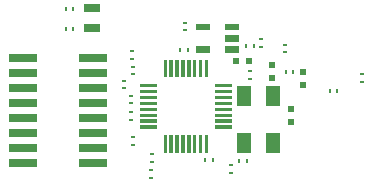
<source format=gbr>
G04 EAGLE Gerber RS-274X export*
G75*
%MOMM*%
%FSLAX34Y34*%
%LPD*%
%INSolderpaste Bottom*%
%IPPOS*%
%AMOC8*
5,1,8,0,0,1.08239X$1,22.5*%
G01*
%ADD10R,1.400000X0.700000*%
%ADD11R,1.200000X1.800000*%
%ADD12R,0.250000X0.350000*%
%ADD13R,0.350000X0.250000*%
%ADD14C,0.088500*%
%ADD15C,0.065000*%
%ADD16R,0.600000X0.500000*%
%ADD17R,0.500000X0.600000*%
%ADD18R,2.400000X0.760000*%


D10*
X146888Y568504D03*
X146888Y585504D03*
D11*
X299929Y511731D03*
X275929Y511731D03*
X275929Y471731D03*
X299929Y471731D03*
D12*
X124713Y568340D03*
X131213Y568340D03*
X124586Y584647D03*
X131086Y584647D03*
X277852Y455981D03*
X271352Y455981D03*
D13*
X280919Y532347D03*
X280919Y525847D03*
D14*
X259710Y567636D02*
X259710Y572652D01*
X270926Y572652D01*
X270926Y567636D01*
X259710Y567636D01*
X259710Y568477D02*
X270926Y568477D01*
X270926Y569318D02*
X259710Y569318D01*
X259710Y570159D02*
X270926Y570159D01*
X270926Y571000D02*
X259710Y571000D01*
X259710Y571841D02*
X270926Y571841D01*
X234610Y553652D02*
X234610Y548636D01*
X234610Y553652D02*
X245826Y553652D01*
X245826Y548636D01*
X234610Y548636D01*
X234610Y549477D02*
X245826Y549477D01*
X245826Y550318D02*
X234610Y550318D01*
X234610Y551159D02*
X245826Y551159D01*
X245826Y552000D02*
X234610Y552000D01*
X234610Y552841D02*
X245826Y552841D01*
X259710Y558136D02*
X259710Y563152D01*
X270926Y563152D01*
X270926Y558136D01*
X259710Y558136D01*
X259710Y558977D02*
X270926Y558977D01*
X270926Y559818D02*
X259710Y559818D01*
X259710Y560659D02*
X270926Y560659D01*
X270926Y561500D02*
X259710Y561500D01*
X259710Y562341D02*
X270926Y562341D01*
X259710Y553652D02*
X259710Y548636D01*
X259710Y553652D02*
X270926Y553652D01*
X270926Y548636D01*
X259710Y548636D01*
X259710Y549477D02*
X270926Y549477D01*
X270926Y550318D02*
X259710Y550318D01*
X259710Y551159D02*
X270926Y551159D01*
X270926Y552000D02*
X259710Y552000D01*
X259710Y552841D02*
X270926Y552841D01*
X234610Y567636D02*
X234610Y572652D01*
X245826Y572652D01*
X245826Y567636D01*
X234610Y567636D01*
X234610Y568477D02*
X245826Y568477D01*
X245826Y569318D02*
X234610Y569318D01*
X234610Y570159D02*
X245826Y570159D01*
X245826Y571000D02*
X234610Y571000D01*
X234610Y571841D02*
X245826Y571841D01*
D12*
X221586Y550357D03*
X228086Y550357D03*
D13*
X264650Y452817D03*
X264650Y446317D03*
D12*
X277240Y553568D03*
X283740Y553568D03*
D13*
X225857Y566927D03*
X225857Y573427D03*
D15*
X207585Y541842D02*
X207585Y528092D01*
X207585Y541842D02*
X209535Y541842D01*
X209535Y528092D01*
X207585Y528092D01*
X207585Y528709D02*
X209535Y528709D01*
X209535Y529326D02*
X207585Y529326D01*
X207585Y529943D02*
X209535Y529943D01*
X209535Y530560D02*
X207585Y530560D01*
X207585Y531177D02*
X209535Y531177D01*
X209535Y531794D02*
X207585Y531794D01*
X207585Y532411D02*
X209535Y532411D01*
X209535Y533028D02*
X207585Y533028D01*
X207585Y533645D02*
X209535Y533645D01*
X209535Y534262D02*
X207585Y534262D01*
X207585Y534879D02*
X209535Y534879D01*
X209535Y535496D02*
X207585Y535496D01*
X207585Y536113D02*
X209535Y536113D01*
X209535Y536730D02*
X207585Y536730D01*
X207585Y537347D02*
X209535Y537347D01*
X209535Y537964D02*
X207585Y537964D01*
X207585Y538581D02*
X209535Y538581D01*
X209535Y539198D02*
X207585Y539198D01*
X207585Y539815D02*
X209535Y539815D01*
X209535Y540432D02*
X207585Y540432D01*
X207585Y541049D02*
X209535Y541049D01*
X209535Y541666D02*
X207585Y541666D01*
X212585Y541842D02*
X212585Y528092D01*
X212585Y541842D02*
X214535Y541842D01*
X214535Y528092D01*
X212585Y528092D01*
X212585Y528709D02*
X214535Y528709D01*
X214535Y529326D02*
X212585Y529326D01*
X212585Y529943D02*
X214535Y529943D01*
X214535Y530560D02*
X212585Y530560D01*
X212585Y531177D02*
X214535Y531177D01*
X214535Y531794D02*
X212585Y531794D01*
X212585Y532411D02*
X214535Y532411D01*
X214535Y533028D02*
X212585Y533028D01*
X212585Y533645D02*
X214535Y533645D01*
X214535Y534262D02*
X212585Y534262D01*
X212585Y534879D02*
X214535Y534879D01*
X214535Y535496D02*
X212585Y535496D01*
X212585Y536113D02*
X214535Y536113D01*
X214535Y536730D02*
X212585Y536730D01*
X212585Y537347D02*
X214535Y537347D01*
X214535Y537964D02*
X212585Y537964D01*
X212585Y538581D02*
X214535Y538581D01*
X214535Y539198D02*
X212585Y539198D01*
X212585Y539815D02*
X214535Y539815D01*
X214535Y540432D02*
X212585Y540432D01*
X212585Y541049D02*
X214535Y541049D01*
X214535Y541666D02*
X212585Y541666D01*
X217585Y541842D02*
X217585Y528092D01*
X217585Y541842D02*
X219535Y541842D01*
X219535Y528092D01*
X217585Y528092D01*
X217585Y528709D02*
X219535Y528709D01*
X219535Y529326D02*
X217585Y529326D01*
X217585Y529943D02*
X219535Y529943D01*
X219535Y530560D02*
X217585Y530560D01*
X217585Y531177D02*
X219535Y531177D01*
X219535Y531794D02*
X217585Y531794D01*
X217585Y532411D02*
X219535Y532411D01*
X219535Y533028D02*
X217585Y533028D01*
X217585Y533645D02*
X219535Y533645D01*
X219535Y534262D02*
X217585Y534262D01*
X217585Y534879D02*
X219535Y534879D01*
X219535Y535496D02*
X217585Y535496D01*
X217585Y536113D02*
X219535Y536113D01*
X219535Y536730D02*
X217585Y536730D01*
X217585Y537347D02*
X219535Y537347D01*
X219535Y537964D02*
X217585Y537964D01*
X217585Y538581D02*
X219535Y538581D01*
X219535Y539198D02*
X217585Y539198D01*
X217585Y539815D02*
X219535Y539815D01*
X219535Y540432D02*
X217585Y540432D01*
X217585Y541049D02*
X219535Y541049D01*
X219535Y541666D02*
X217585Y541666D01*
X222585Y541842D02*
X222585Y528092D01*
X222585Y541842D02*
X224535Y541842D01*
X224535Y528092D01*
X222585Y528092D01*
X222585Y528709D02*
X224535Y528709D01*
X224535Y529326D02*
X222585Y529326D01*
X222585Y529943D02*
X224535Y529943D01*
X224535Y530560D02*
X222585Y530560D01*
X222585Y531177D02*
X224535Y531177D01*
X224535Y531794D02*
X222585Y531794D01*
X222585Y532411D02*
X224535Y532411D01*
X224535Y533028D02*
X222585Y533028D01*
X222585Y533645D02*
X224535Y533645D01*
X224535Y534262D02*
X222585Y534262D01*
X222585Y534879D02*
X224535Y534879D01*
X224535Y535496D02*
X222585Y535496D01*
X222585Y536113D02*
X224535Y536113D01*
X224535Y536730D02*
X222585Y536730D01*
X222585Y537347D02*
X224535Y537347D01*
X224535Y537964D02*
X222585Y537964D01*
X222585Y538581D02*
X224535Y538581D01*
X224535Y539198D02*
X222585Y539198D01*
X222585Y539815D02*
X224535Y539815D01*
X224535Y540432D02*
X222585Y540432D01*
X222585Y541049D02*
X224535Y541049D01*
X224535Y541666D02*
X222585Y541666D01*
X227585Y541842D02*
X227585Y528092D01*
X227585Y541842D02*
X229535Y541842D01*
X229535Y528092D01*
X227585Y528092D01*
X227585Y528709D02*
X229535Y528709D01*
X229535Y529326D02*
X227585Y529326D01*
X227585Y529943D02*
X229535Y529943D01*
X229535Y530560D02*
X227585Y530560D01*
X227585Y531177D02*
X229535Y531177D01*
X229535Y531794D02*
X227585Y531794D01*
X227585Y532411D02*
X229535Y532411D01*
X229535Y533028D02*
X227585Y533028D01*
X227585Y533645D02*
X229535Y533645D01*
X229535Y534262D02*
X227585Y534262D01*
X227585Y534879D02*
X229535Y534879D01*
X229535Y535496D02*
X227585Y535496D01*
X227585Y536113D02*
X229535Y536113D01*
X229535Y536730D02*
X227585Y536730D01*
X227585Y537347D02*
X229535Y537347D01*
X229535Y537964D02*
X227585Y537964D01*
X227585Y538581D02*
X229535Y538581D01*
X229535Y539198D02*
X227585Y539198D01*
X227585Y539815D02*
X229535Y539815D01*
X229535Y540432D02*
X227585Y540432D01*
X227585Y541049D02*
X229535Y541049D01*
X229535Y541666D02*
X227585Y541666D01*
X232585Y541842D02*
X232585Y528092D01*
X232585Y541842D02*
X234535Y541842D01*
X234535Y528092D01*
X232585Y528092D01*
X232585Y528709D02*
X234535Y528709D01*
X234535Y529326D02*
X232585Y529326D01*
X232585Y529943D02*
X234535Y529943D01*
X234535Y530560D02*
X232585Y530560D01*
X232585Y531177D02*
X234535Y531177D01*
X234535Y531794D02*
X232585Y531794D01*
X232585Y532411D02*
X234535Y532411D01*
X234535Y533028D02*
X232585Y533028D01*
X232585Y533645D02*
X234535Y533645D01*
X234535Y534262D02*
X232585Y534262D01*
X232585Y534879D02*
X234535Y534879D01*
X234535Y535496D02*
X232585Y535496D01*
X232585Y536113D02*
X234535Y536113D01*
X234535Y536730D02*
X232585Y536730D01*
X232585Y537347D02*
X234535Y537347D01*
X234535Y537964D02*
X232585Y537964D01*
X232585Y538581D02*
X234535Y538581D01*
X234535Y539198D02*
X232585Y539198D01*
X232585Y539815D02*
X234535Y539815D01*
X234535Y540432D02*
X232585Y540432D01*
X232585Y541049D02*
X234535Y541049D01*
X234535Y541666D02*
X232585Y541666D01*
X237585Y541842D02*
X237585Y528092D01*
X237585Y541842D02*
X239535Y541842D01*
X239535Y528092D01*
X237585Y528092D01*
X237585Y528709D02*
X239535Y528709D01*
X239535Y529326D02*
X237585Y529326D01*
X237585Y529943D02*
X239535Y529943D01*
X239535Y530560D02*
X237585Y530560D01*
X237585Y531177D02*
X239535Y531177D01*
X239535Y531794D02*
X237585Y531794D01*
X237585Y532411D02*
X239535Y532411D01*
X239535Y533028D02*
X237585Y533028D01*
X237585Y533645D02*
X239535Y533645D01*
X239535Y534262D02*
X237585Y534262D01*
X237585Y534879D02*
X239535Y534879D01*
X239535Y535496D02*
X237585Y535496D01*
X237585Y536113D02*
X239535Y536113D01*
X239535Y536730D02*
X237585Y536730D01*
X237585Y537347D02*
X239535Y537347D01*
X239535Y537964D02*
X237585Y537964D01*
X237585Y538581D02*
X239535Y538581D01*
X239535Y539198D02*
X237585Y539198D01*
X237585Y539815D02*
X239535Y539815D01*
X239535Y540432D02*
X237585Y540432D01*
X237585Y541049D02*
X239535Y541049D01*
X239535Y541666D02*
X237585Y541666D01*
X242585Y541842D02*
X242585Y528092D01*
X242585Y541842D02*
X244535Y541842D01*
X244535Y528092D01*
X242585Y528092D01*
X242585Y528709D02*
X244535Y528709D01*
X244535Y529326D02*
X242585Y529326D01*
X242585Y529943D02*
X244535Y529943D01*
X244535Y530560D02*
X242585Y530560D01*
X242585Y531177D02*
X244535Y531177D01*
X244535Y531794D02*
X242585Y531794D01*
X242585Y532411D02*
X244535Y532411D01*
X244535Y533028D02*
X242585Y533028D01*
X242585Y533645D02*
X244535Y533645D01*
X244535Y534262D02*
X242585Y534262D01*
X242585Y534879D02*
X244535Y534879D01*
X244535Y535496D02*
X242585Y535496D01*
X242585Y536113D02*
X244535Y536113D01*
X244535Y536730D02*
X242585Y536730D01*
X242585Y537347D02*
X244535Y537347D01*
X244535Y537964D02*
X242585Y537964D01*
X242585Y538581D02*
X244535Y538581D01*
X244535Y539198D02*
X242585Y539198D01*
X242585Y539815D02*
X244535Y539815D01*
X244535Y540432D02*
X242585Y540432D01*
X242585Y541049D02*
X244535Y541049D01*
X244535Y541666D02*
X242585Y541666D01*
X242585Y477942D02*
X242585Y464192D01*
X242585Y477942D02*
X244535Y477942D01*
X244535Y464192D01*
X242585Y464192D01*
X242585Y464809D02*
X244535Y464809D01*
X244535Y465426D02*
X242585Y465426D01*
X242585Y466043D02*
X244535Y466043D01*
X244535Y466660D02*
X242585Y466660D01*
X242585Y467277D02*
X244535Y467277D01*
X244535Y467894D02*
X242585Y467894D01*
X242585Y468511D02*
X244535Y468511D01*
X244535Y469128D02*
X242585Y469128D01*
X242585Y469745D02*
X244535Y469745D01*
X244535Y470362D02*
X242585Y470362D01*
X242585Y470979D02*
X244535Y470979D01*
X244535Y471596D02*
X242585Y471596D01*
X242585Y472213D02*
X244535Y472213D01*
X244535Y472830D02*
X242585Y472830D01*
X242585Y473447D02*
X244535Y473447D01*
X244535Y474064D02*
X242585Y474064D01*
X242585Y474681D02*
X244535Y474681D01*
X244535Y475298D02*
X242585Y475298D01*
X242585Y475915D02*
X244535Y475915D01*
X244535Y476532D02*
X242585Y476532D01*
X242585Y477149D02*
X244535Y477149D01*
X244535Y477766D02*
X242585Y477766D01*
X237585Y477942D02*
X237585Y464192D01*
X237585Y477942D02*
X239535Y477942D01*
X239535Y464192D01*
X237585Y464192D01*
X237585Y464809D02*
X239535Y464809D01*
X239535Y465426D02*
X237585Y465426D01*
X237585Y466043D02*
X239535Y466043D01*
X239535Y466660D02*
X237585Y466660D01*
X237585Y467277D02*
X239535Y467277D01*
X239535Y467894D02*
X237585Y467894D01*
X237585Y468511D02*
X239535Y468511D01*
X239535Y469128D02*
X237585Y469128D01*
X237585Y469745D02*
X239535Y469745D01*
X239535Y470362D02*
X237585Y470362D01*
X237585Y470979D02*
X239535Y470979D01*
X239535Y471596D02*
X237585Y471596D01*
X237585Y472213D02*
X239535Y472213D01*
X239535Y472830D02*
X237585Y472830D01*
X237585Y473447D02*
X239535Y473447D01*
X239535Y474064D02*
X237585Y474064D01*
X237585Y474681D02*
X239535Y474681D01*
X239535Y475298D02*
X237585Y475298D01*
X237585Y475915D02*
X239535Y475915D01*
X239535Y476532D02*
X237585Y476532D01*
X237585Y477149D02*
X239535Y477149D01*
X239535Y477766D02*
X237585Y477766D01*
X232585Y477942D02*
X232585Y464192D01*
X232585Y477942D02*
X234535Y477942D01*
X234535Y464192D01*
X232585Y464192D01*
X232585Y464809D02*
X234535Y464809D01*
X234535Y465426D02*
X232585Y465426D01*
X232585Y466043D02*
X234535Y466043D01*
X234535Y466660D02*
X232585Y466660D01*
X232585Y467277D02*
X234535Y467277D01*
X234535Y467894D02*
X232585Y467894D01*
X232585Y468511D02*
X234535Y468511D01*
X234535Y469128D02*
X232585Y469128D01*
X232585Y469745D02*
X234535Y469745D01*
X234535Y470362D02*
X232585Y470362D01*
X232585Y470979D02*
X234535Y470979D01*
X234535Y471596D02*
X232585Y471596D01*
X232585Y472213D02*
X234535Y472213D01*
X234535Y472830D02*
X232585Y472830D01*
X232585Y473447D02*
X234535Y473447D01*
X234535Y474064D02*
X232585Y474064D01*
X232585Y474681D02*
X234535Y474681D01*
X234535Y475298D02*
X232585Y475298D01*
X232585Y475915D02*
X234535Y475915D01*
X234535Y476532D02*
X232585Y476532D01*
X232585Y477149D02*
X234535Y477149D01*
X234535Y477766D02*
X232585Y477766D01*
X227585Y477942D02*
X227585Y464192D01*
X227585Y477942D02*
X229535Y477942D01*
X229535Y464192D01*
X227585Y464192D01*
X227585Y464809D02*
X229535Y464809D01*
X229535Y465426D02*
X227585Y465426D01*
X227585Y466043D02*
X229535Y466043D01*
X229535Y466660D02*
X227585Y466660D01*
X227585Y467277D02*
X229535Y467277D01*
X229535Y467894D02*
X227585Y467894D01*
X227585Y468511D02*
X229535Y468511D01*
X229535Y469128D02*
X227585Y469128D01*
X227585Y469745D02*
X229535Y469745D01*
X229535Y470362D02*
X227585Y470362D01*
X227585Y470979D02*
X229535Y470979D01*
X229535Y471596D02*
X227585Y471596D01*
X227585Y472213D02*
X229535Y472213D01*
X229535Y472830D02*
X227585Y472830D01*
X227585Y473447D02*
X229535Y473447D01*
X229535Y474064D02*
X227585Y474064D01*
X227585Y474681D02*
X229535Y474681D01*
X229535Y475298D02*
X227585Y475298D01*
X227585Y475915D02*
X229535Y475915D01*
X229535Y476532D02*
X227585Y476532D01*
X227585Y477149D02*
X229535Y477149D01*
X229535Y477766D02*
X227585Y477766D01*
X222585Y477942D02*
X222585Y464192D01*
X222585Y477942D02*
X224535Y477942D01*
X224535Y464192D01*
X222585Y464192D01*
X222585Y464809D02*
X224535Y464809D01*
X224535Y465426D02*
X222585Y465426D01*
X222585Y466043D02*
X224535Y466043D01*
X224535Y466660D02*
X222585Y466660D01*
X222585Y467277D02*
X224535Y467277D01*
X224535Y467894D02*
X222585Y467894D01*
X222585Y468511D02*
X224535Y468511D01*
X224535Y469128D02*
X222585Y469128D01*
X222585Y469745D02*
X224535Y469745D01*
X224535Y470362D02*
X222585Y470362D01*
X222585Y470979D02*
X224535Y470979D01*
X224535Y471596D02*
X222585Y471596D01*
X222585Y472213D02*
X224535Y472213D01*
X224535Y472830D02*
X222585Y472830D01*
X222585Y473447D02*
X224535Y473447D01*
X224535Y474064D02*
X222585Y474064D01*
X222585Y474681D02*
X224535Y474681D01*
X224535Y475298D02*
X222585Y475298D01*
X222585Y475915D02*
X224535Y475915D01*
X224535Y476532D02*
X222585Y476532D01*
X222585Y477149D02*
X224535Y477149D01*
X224535Y477766D02*
X222585Y477766D01*
X217585Y477942D02*
X217585Y464192D01*
X217585Y477942D02*
X219535Y477942D01*
X219535Y464192D01*
X217585Y464192D01*
X217585Y464809D02*
X219535Y464809D01*
X219535Y465426D02*
X217585Y465426D01*
X217585Y466043D02*
X219535Y466043D01*
X219535Y466660D02*
X217585Y466660D01*
X217585Y467277D02*
X219535Y467277D01*
X219535Y467894D02*
X217585Y467894D01*
X217585Y468511D02*
X219535Y468511D01*
X219535Y469128D02*
X217585Y469128D01*
X217585Y469745D02*
X219535Y469745D01*
X219535Y470362D02*
X217585Y470362D01*
X217585Y470979D02*
X219535Y470979D01*
X219535Y471596D02*
X217585Y471596D01*
X217585Y472213D02*
X219535Y472213D01*
X219535Y472830D02*
X217585Y472830D01*
X217585Y473447D02*
X219535Y473447D01*
X219535Y474064D02*
X217585Y474064D01*
X217585Y474681D02*
X219535Y474681D01*
X219535Y475298D02*
X217585Y475298D01*
X217585Y475915D02*
X219535Y475915D01*
X219535Y476532D02*
X217585Y476532D01*
X217585Y477149D02*
X219535Y477149D01*
X219535Y477766D02*
X217585Y477766D01*
X212585Y477942D02*
X212585Y464192D01*
X212585Y477942D02*
X214535Y477942D01*
X214535Y464192D01*
X212585Y464192D01*
X212585Y464809D02*
X214535Y464809D01*
X214535Y465426D02*
X212585Y465426D01*
X212585Y466043D02*
X214535Y466043D01*
X214535Y466660D02*
X212585Y466660D01*
X212585Y467277D02*
X214535Y467277D01*
X214535Y467894D02*
X212585Y467894D01*
X212585Y468511D02*
X214535Y468511D01*
X214535Y469128D02*
X212585Y469128D01*
X212585Y469745D02*
X214535Y469745D01*
X214535Y470362D02*
X212585Y470362D01*
X212585Y470979D02*
X214535Y470979D01*
X214535Y471596D02*
X212585Y471596D01*
X212585Y472213D02*
X214535Y472213D01*
X214535Y472830D02*
X212585Y472830D01*
X212585Y473447D02*
X214535Y473447D01*
X214535Y474064D02*
X212585Y474064D01*
X212585Y474681D02*
X214535Y474681D01*
X214535Y475298D02*
X212585Y475298D01*
X212585Y475915D02*
X214535Y475915D01*
X214535Y476532D02*
X212585Y476532D01*
X212585Y477149D02*
X214535Y477149D01*
X214535Y477766D02*
X212585Y477766D01*
X207585Y477942D02*
X207585Y464192D01*
X207585Y477942D02*
X209535Y477942D01*
X209535Y464192D01*
X207585Y464192D01*
X207585Y464809D02*
X209535Y464809D01*
X209535Y465426D02*
X207585Y465426D01*
X207585Y466043D02*
X209535Y466043D01*
X209535Y466660D02*
X207585Y466660D01*
X207585Y467277D02*
X209535Y467277D01*
X209535Y467894D02*
X207585Y467894D01*
X207585Y468511D02*
X209535Y468511D01*
X209535Y469128D02*
X207585Y469128D01*
X207585Y469745D02*
X209535Y469745D01*
X209535Y470362D02*
X207585Y470362D01*
X207585Y470979D02*
X209535Y470979D01*
X209535Y471596D02*
X207585Y471596D01*
X207585Y472213D02*
X209535Y472213D01*
X209535Y472830D02*
X207585Y472830D01*
X207585Y473447D02*
X209535Y473447D01*
X209535Y474064D02*
X207585Y474064D01*
X207585Y474681D02*
X209535Y474681D01*
X209535Y475298D02*
X207585Y475298D01*
X207585Y475915D02*
X209535Y475915D01*
X209535Y476532D02*
X207585Y476532D01*
X207585Y477149D02*
X209535Y477149D01*
X209535Y477766D02*
X207585Y477766D01*
X200985Y484542D02*
X187235Y484542D01*
X187235Y486492D01*
X200985Y486492D01*
X200985Y484542D01*
X200985Y485159D02*
X187235Y485159D01*
X187235Y485776D02*
X200985Y485776D01*
X200985Y486393D02*
X187235Y486393D01*
X187235Y489542D02*
X200985Y489542D01*
X187235Y489542D02*
X187235Y491492D01*
X200985Y491492D01*
X200985Y489542D01*
X200985Y490159D02*
X187235Y490159D01*
X187235Y490776D02*
X200985Y490776D01*
X200985Y491393D02*
X187235Y491393D01*
X187235Y494542D02*
X200985Y494542D01*
X187235Y494542D02*
X187235Y496492D01*
X200985Y496492D01*
X200985Y494542D01*
X200985Y495159D02*
X187235Y495159D01*
X187235Y495776D02*
X200985Y495776D01*
X200985Y496393D02*
X187235Y496393D01*
X187235Y499542D02*
X200985Y499542D01*
X187235Y499542D02*
X187235Y501492D01*
X200985Y501492D01*
X200985Y499542D01*
X200985Y500159D02*
X187235Y500159D01*
X187235Y500776D02*
X200985Y500776D01*
X200985Y501393D02*
X187235Y501393D01*
X187235Y504542D02*
X200985Y504542D01*
X187235Y504542D02*
X187235Y506492D01*
X200985Y506492D01*
X200985Y504542D01*
X200985Y505159D02*
X187235Y505159D01*
X187235Y505776D02*
X200985Y505776D01*
X200985Y506393D02*
X187235Y506393D01*
X187235Y509542D02*
X200985Y509542D01*
X187235Y509542D02*
X187235Y511492D01*
X200985Y511492D01*
X200985Y509542D01*
X200985Y510159D02*
X187235Y510159D01*
X187235Y510776D02*
X200985Y510776D01*
X200985Y511393D02*
X187235Y511393D01*
X187235Y514542D02*
X200985Y514542D01*
X187235Y514542D02*
X187235Y516492D01*
X200985Y516492D01*
X200985Y514542D01*
X200985Y515159D02*
X187235Y515159D01*
X187235Y515776D02*
X200985Y515776D01*
X200985Y516393D02*
X187235Y516393D01*
X187235Y519542D02*
X200985Y519542D01*
X187235Y519542D02*
X187235Y521492D01*
X200985Y521492D01*
X200985Y519542D01*
X200985Y520159D02*
X187235Y520159D01*
X187235Y520776D02*
X200985Y520776D01*
X200985Y521393D02*
X187235Y521393D01*
X251135Y519542D02*
X264885Y519542D01*
X251135Y519542D02*
X251135Y521492D01*
X264885Y521492D01*
X264885Y519542D01*
X264885Y520159D02*
X251135Y520159D01*
X251135Y520776D02*
X264885Y520776D01*
X264885Y521393D02*
X251135Y521393D01*
X251135Y514542D02*
X264885Y514542D01*
X251135Y514542D02*
X251135Y516492D01*
X264885Y516492D01*
X264885Y514542D01*
X264885Y515159D02*
X251135Y515159D01*
X251135Y515776D02*
X264885Y515776D01*
X264885Y516393D02*
X251135Y516393D01*
X251135Y509542D02*
X264885Y509542D01*
X251135Y509542D02*
X251135Y511492D01*
X264885Y511492D01*
X264885Y509542D01*
X264885Y510159D02*
X251135Y510159D01*
X251135Y510776D02*
X264885Y510776D01*
X264885Y511393D02*
X251135Y511393D01*
X251135Y504542D02*
X264885Y504542D01*
X251135Y504542D02*
X251135Y506492D01*
X264885Y506492D01*
X264885Y504542D01*
X264885Y505159D02*
X251135Y505159D01*
X251135Y505776D02*
X264885Y505776D01*
X264885Y506393D02*
X251135Y506393D01*
X251135Y499542D02*
X264885Y499542D01*
X251135Y499542D02*
X251135Y501492D01*
X264885Y501492D01*
X264885Y499542D01*
X264885Y500159D02*
X251135Y500159D01*
X251135Y500776D02*
X264885Y500776D01*
X264885Y501393D02*
X251135Y501393D01*
X251135Y494542D02*
X264885Y494542D01*
X251135Y494542D02*
X251135Y496492D01*
X264885Y496492D01*
X264885Y494542D01*
X264885Y495159D02*
X251135Y495159D01*
X251135Y495776D02*
X264885Y495776D01*
X264885Y496393D02*
X251135Y496393D01*
X251135Y489542D02*
X264885Y489542D01*
X251135Y489542D02*
X251135Y491492D01*
X264885Y491492D01*
X264885Y489542D01*
X264885Y490159D02*
X251135Y490159D01*
X251135Y490776D02*
X264885Y490776D01*
X264885Y491393D02*
X251135Y491393D01*
X251135Y484542D02*
X264885Y484542D01*
X251135Y484542D02*
X251135Y486492D01*
X264885Y486492D01*
X264885Y484542D01*
X264885Y485159D02*
X251135Y485159D01*
X251135Y485776D02*
X264885Y485776D01*
X264885Y486393D02*
X251135Y486393D01*
D16*
X299108Y537904D03*
X299108Y526904D03*
D12*
X354603Y515930D03*
X348103Y515930D03*
D13*
X197338Y441773D03*
X197338Y448273D03*
X197990Y455438D03*
X197990Y461938D03*
X181963Y470226D03*
X181963Y476726D03*
X179735Y497872D03*
X179735Y491372D03*
X179862Y505083D03*
X179862Y511583D03*
X173911Y524237D03*
X173911Y517737D03*
X181432Y536106D03*
X181432Y529606D03*
X180607Y549027D03*
X180607Y542527D03*
X375252Y523368D03*
X375252Y529868D03*
X290177Y559180D03*
X290177Y552680D03*
X310053Y554798D03*
X310053Y548298D03*
D12*
X310996Y531952D03*
X317496Y531952D03*
X242927Y456776D03*
X249427Y456776D03*
D16*
X325605Y531968D03*
X325605Y520968D03*
X315275Y489564D03*
X315275Y500564D03*
D17*
X268685Y540537D03*
X279685Y540537D03*
D18*
X88595Y454251D03*
X147595Y454251D03*
X88595Y466951D03*
X147595Y466951D03*
X88595Y479651D03*
X147595Y479651D03*
X88595Y492351D03*
X147595Y492351D03*
X88595Y505051D03*
X147595Y505051D03*
X88595Y517751D03*
X147595Y517751D03*
X88595Y530451D03*
X147595Y530451D03*
X88595Y543151D03*
X147595Y543151D03*
M02*

</source>
